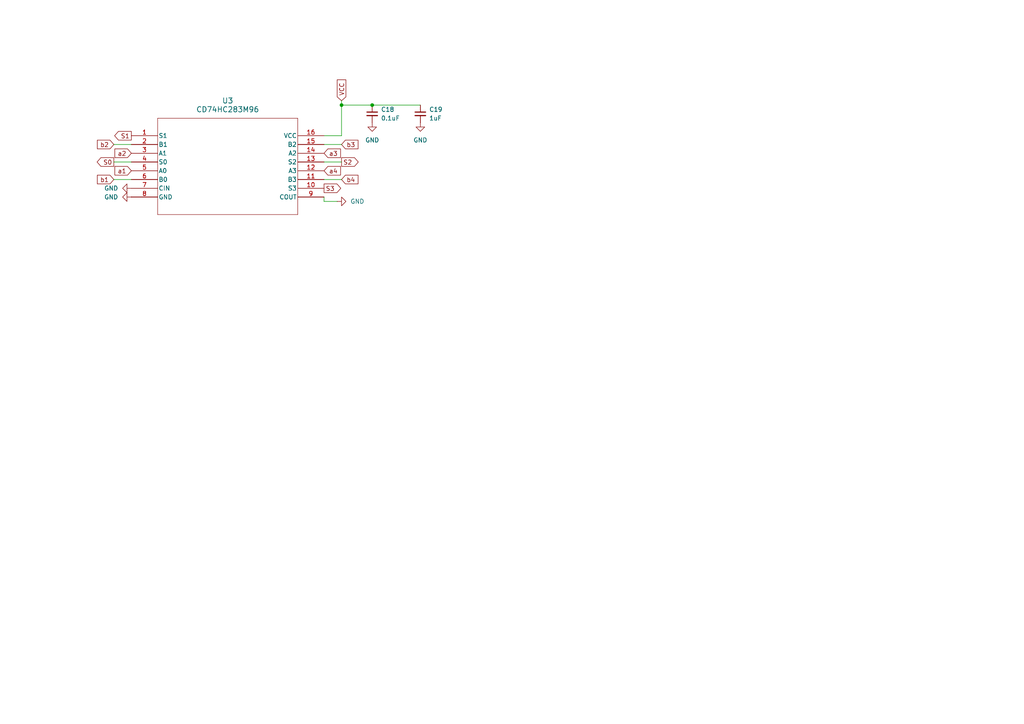
<source format=kicad_sch>
(kicad_sch
	(version 20231120)
	(generator "eeschema")
	(generator_version "8.0")
	(uuid "9fd9c720-5a64-437e-bb4f-94bdf736a20a")
	(paper "A4")
	(lib_symbols
		(symbol "CD74HC283M96 (4 Bit Binary Adder)(:CD74HC283M96"
			(pin_names
				(offset 0.254)
			)
			(exclude_from_sim no)
			(in_bom yes)
			(on_board yes)
			(property "Reference" "U"
				(at 27.94 10.16 0)
				(effects
					(font
						(size 1.524 1.524)
					)
				)
			)
			(property "Value" "CD74HC283M96"
				(at 27.94 7.62 0)
				(effects
					(font
						(size 1.524 1.524)
					)
				)
			)
			(property "Footprint" "D16"
				(at 0 0 0)
				(effects
					(font
						(size 1.27 1.27)
						(italic yes)
					)
					(hide yes)
				)
			)
			(property "Datasheet" "CD74HC283M96"
				(at 0 0 0)
				(effects
					(font
						(size 1.27 1.27)
						(italic yes)
					)
					(hide yes)
				)
			)
			(property "Description" ""
				(at 0 0 0)
				(effects
					(font
						(size 1.27 1.27)
					)
					(hide yes)
				)
			)
			(property "ki_locked" ""
				(at 0 0 0)
				(effects
					(font
						(size 1.27 1.27)
					)
				)
			)
			(property "ki_keywords" "CD74HC283M96"
				(at 0 0 0)
				(effects
					(font
						(size 1.27 1.27)
					)
					(hide yes)
				)
			)
			(property "ki_fp_filters" "D16 D16-M D16-L"
				(at 0 0 0)
				(effects
					(font
						(size 1.27 1.27)
					)
					(hide yes)
				)
			)
			(symbol "CD74HC283M96_0_1"
				(polyline
					(pts
						(xy 7.62 -22.86) (xy 48.26 -22.86)
					)
					(stroke
						(width 0.127)
						(type default)
					)
					(fill
						(type none)
					)
				)
				(polyline
					(pts
						(xy 7.62 5.08) (xy 7.62 -22.86)
					)
					(stroke
						(width 0.127)
						(type default)
					)
					(fill
						(type none)
					)
				)
				(polyline
					(pts
						(xy 48.26 -22.86) (xy 48.26 5.08)
					)
					(stroke
						(width 0.127)
						(type default)
					)
					(fill
						(type none)
					)
				)
				(polyline
					(pts
						(xy 48.26 5.08) (xy 7.62 5.08)
					)
					(stroke
						(width 0.127)
						(type default)
					)
					(fill
						(type none)
					)
				)
				(pin output line
					(at 0 0 0)
					(length 7.62)
					(name "S1"
						(effects
							(font
								(size 1.27 1.27)
							)
						)
					)
					(number "1"
						(effects
							(font
								(size 1.27 1.27)
							)
						)
					)
				)
				(pin output line
					(at 55.88 -15.24 180)
					(length 7.62)
					(name "S3"
						(effects
							(font
								(size 1.27 1.27)
							)
						)
					)
					(number "10"
						(effects
							(font
								(size 1.27 1.27)
							)
						)
					)
				)
				(pin input line
					(at 55.88 -12.7 180)
					(length 7.62)
					(name "B3"
						(effects
							(font
								(size 1.27 1.27)
							)
						)
					)
					(number "11"
						(effects
							(font
								(size 1.27 1.27)
							)
						)
					)
				)
				(pin input line
					(at 55.88 -10.16 180)
					(length 7.62)
					(name "A3"
						(effects
							(font
								(size 1.27 1.27)
							)
						)
					)
					(number "12"
						(effects
							(font
								(size 1.27 1.27)
							)
						)
					)
				)
				(pin output line
					(at 55.88 -7.62 180)
					(length 7.62)
					(name "S2"
						(effects
							(font
								(size 1.27 1.27)
							)
						)
					)
					(number "13"
						(effects
							(font
								(size 1.27 1.27)
							)
						)
					)
				)
				(pin input line
					(at 55.88 -5.08 180)
					(length 7.62)
					(name "A2"
						(effects
							(font
								(size 1.27 1.27)
							)
						)
					)
					(number "14"
						(effects
							(font
								(size 1.27 1.27)
							)
						)
					)
				)
				(pin input line
					(at 55.88 -2.54 180)
					(length 7.62)
					(name "B2"
						(effects
							(font
								(size 1.27 1.27)
							)
						)
					)
					(number "15"
						(effects
							(font
								(size 1.27 1.27)
							)
						)
					)
				)
				(pin power_in line
					(at 55.88 0 180)
					(length 7.62)
					(name "VCC"
						(effects
							(font
								(size 1.27 1.27)
							)
						)
					)
					(number "16"
						(effects
							(font
								(size 1.27 1.27)
							)
						)
					)
				)
				(pin input line
					(at 0 -2.54 0)
					(length 7.62)
					(name "B1"
						(effects
							(font
								(size 1.27 1.27)
							)
						)
					)
					(number "2"
						(effects
							(font
								(size 1.27 1.27)
							)
						)
					)
				)
				(pin input line
					(at 0 -5.08 0)
					(length 7.62)
					(name "A1"
						(effects
							(font
								(size 1.27 1.27)
							)
						)
					)
					(number "3"
						(effects
							(font
								(size 1.27 1.27)
							)
						)
					)
				)
				(pin output line
					(at 0 -7.62 0)
					(length 7.62)
					(name "S0"
						(effects
							(font
								(size 1.27 1.27)
							)
						)
					)
					(number "4"
						(effects
							(font
								(size 1.27 1.27)
							)
						)
					)
				)
				(pin input line
					(at 0 -10.16 0)
					(length 7.62)
					(name "A0"
						(effects
							(font
								(size 1.27 1.27)
							)
						)
					)
					(number "5"
						(effects
							(font
								(size 1.27 1.27)
							)
						)
					)
				)
				(pin input line
					(at 0 -12.7 0)
					(length 7.62)
					(name "B0"
						(effects
							(font
								(size 1.27 1.27)
							)
						)
					)
					(number "6"
						(effects
							(font
								(size 1.27 1.27)
							)
						)
					)
				)
				(pin output line
					(at 0 -15.24 0)
					(length 7.62)
					(name "CIN"
						(effects
							(font
								(size 1.27 1.27)
							)
						)
					)
					(number "7"
						(effects
							(font
								(size 1.27 1.27)
							)
						)
					)
				)
				(pin power_in line
					(at 0 -17.78 0)
					(length 7.62)
					(name "GND"
						(effects
							(font
								(size 1.27 1.27)
							)
						)
					)
					(number "8"
						(effects
							(font
								(size 1.27 1.27)
							)
						)
					)
				)
				(pin output line
					(at 55.88 -17.78 180)
					(length 7.62)
					(name "COUT"
						(effects
							(font
								(size 1.27 1.27)
							)
						)
					)
					(number "9"
						(effects
							(font
								(size 1.27 1.27)
							)
						)
					)
				)
			)
		)
		(symbol "Device:C_Small"
			(pin_numbers hide)
			(pin_names
				(offset 0.254) hide)
			(exclude_from_sim no)
			(in_bom yes)
			(on_board yes)
			(property "Reference" "C"
				(at 0.254 1.778 0)
				(effects
					(font
						(size 1.27 1.27)
					)
					(justify left)
				)
			)
			(property "Value" "C_Small"
				(at 0.254 -2.032 0)
				(effects
					(font
						(size 1.27 1.27)
					)
					(justify left)
				)
			)
			(property "Footprint" ""
				(at 0 0 0)
				(effects
					(font
						(size 1.27 1.27)
					)
					(hide yes)
				)
			)
			(property "Datasheet" "~"
				(at 0 0 0)
				(effects
					(font
						(size 1.27 1.27)
					)
					(hide yes)
				)
			)
			(property "Description" "Unpolarized capacitor, small symbol"
				(at 0 0 0)
				(effects
					(font
						(size 1.27 1.27)
					)
					(hide yes)
				)
			)
			(property "ki_keywords" "capacitor cap"
				(at 0 0 0)
				(effects
					(font
						(size 1.27 1.27)
					)
					(hide yes)
				)
			)
			(property "ki_fp_filters" "C_*"
				(at 0 0 0)
				(effects
					(font
						(size 1.27 1.27)
					)
					(hide yes)
				)
			)
			(symbol "C_Small_0_1"
				(polyline
					(pts
						(xy -1.524 -0.508) (xy 1.524 -0.508)
					)
					(stroke
						(width 0.3302)
						(type default)
					)
					(fill
						(type none)
					)
				)
				(polyline
					(pts
						(xy -1.524 0.508) (xy 1.524 0.508)
					)
					(stroke
						(width 0.3048)
						(type default)
					)
					(fill
						(type none)
					)
				)
			)
			(symbol "C_Small_1_1"
				(pin passive line
					(at 0 2.54 270)
					(length 2.032)
					(name "~"
						(effects
							(font
								(size 1.27 1.27)
							)
						)
					)
					(number "1"
						(effects
							(font
								(size 1.27 1.27)
							)
						)
					)
				)
				(pin passive line
					(at 0 -2.54 90)
					(length 2.032)
					(name "~"
						(effects
							(font
								(size 1.27 1.27)
							)
						)
					)
					(number "2"
						(effects
							(font
								(size 1.27 1.27)
							)
						)
					)
				)
			)
		)
		(symbol "power:GND"
			(power)
			(pin_numbers hide)
			(pin_names
				(offset 0) hide)
			(exclude_from_sim no)
			(in_bom yes)
			(on_board yes)
			(property "Reference" "#PWR"
				(at 0 -6.35 0)
				(effects
					(font
						(size 1.27 1.27)
					)
					(hide yes)
				)
			)
			(property "Value" "GND"
				(at 0 -3.81 0)
				(effects
					(font
						(size 1.27 1.27)
					)
				)
			)
			(property "Footprint" ""
				(at 0 0 0)
				(effects
					(font
						(size 1.27 1.27)
					)
					(hide yes)
				)
			)
			(property "Datasheet" ""
				(at 0 0 0)
				(effects
					(font
						(size 1.27 1.27)
					)
					(hide yes)
				)
			)
			(property "Description" "Power symbol creates a global label with name \"GND\" , ground"
				(at 0 0 0)
				(effects
					(font
						(size 1.27 1.27)
					)
					(hide yes)
				)
			)
			(property "ki_keywords" "global power"
				(at 0 0 0)
				(effects
					(font
						(size 1.27 1.27)
					)
					(hide yes)
				)
			)
			(symbol "GND_0_1"
				(polyline
					(pts
						(xy 0 0) (xy 0 -1.27) (xy 1.27 -1.27) (xy 0 -2.54) (xy -1.27 -1.27) (xy 0 -1.27)
					)
					(stroke
						(width 0)
						(type default)
					)
					(fill
						(type none)
					)
				)
			)
			(symbol "GND_1_1"
				(pin power_in line
					(at 0 0 270)
					(length 0)
					(name "~"
						(effects
							(font
								(size 1.27 1.27)
							)
						)
					)
					(number "1"
						(effects
							(font
								(size 1.27 1.27)
							)
						)
					)
				)
			)
		)
	)
	(junction
		(at 99.06 30.48)
		(diameter 0)
		(color 0 0 0 0)
		(uuid "461bb91f-12f6-4655-aa52-c16dd3aec1e7")
	)
	(junction
		(at 107.95 30.48)
		(diameter 0)
		(color 0 0 0 0)
		(uuid "edf0d17f-1025-4875-a30a-63002b93357a")
	)
	(wire
		(pts
			(xy 33.02 46.99) (xy 38.1 46.99)
		)
		(stroke
			(width 0)
			(type default)
		)
		(uuid "04d572c3-c23c-4a4b-a21b-b35fb3f88928")
	)
	(wire
		(pts
			(xy 93.98 46.99) (xy 99.06 46.99)
		)
		(stroke
			(width 0)
			(type default)
		)
		(uuid "07d180af-8d81-4b3f-b638-38bcfb065dbd")
	)
	(wire
		(pts
			(xy 99.06 29.21) (xy 99.06 30.48)
		)
		(stroke
			(width 0)
			(type default)
		)
		(uuid "0b232c19-076e-4dcd-94bd-0933a57a6817")
	)
	(wire
		(pts
			(xy 33.02 52.07) (xy 38.1 52.07)
		)
		(stroke
			(width 0)
			(type default)
		)
		(uuid "2de69add-9ae3-4a39-8199-6d8261ae19a6")
	)
	(wire
		(pts
			(xy 121.92 30.48) (xy 107.95 30.48)
		)
		(stroke
			(width 0)
			(type default)
		)
		(uuid "3568b294-787b-409d-97be-6f79dd3a6ca5")
	)
	(wire
		(pts
			(xy 99.06 30.48) (xy 107.95 30.48)
		)
		(stroke
			(width 0)
			(type default)
		)
		(uuid "47355a58-2787-4719-b28e-a1a69e91e576")
	)
	(wire
		(pts
			(xy 33.02 41.91) (xy 38.1 41.91)
		)
		(stroke
			(width 0)
			(type default)
		)
		(uuid "741bea46-2b4e-4b91-bb2f-83e3b091b7e6")
	)
	(wire
		(pts
			(xy 93.98 39.37) (xy 99.06 39.37)
		)
		(stroke
			(width 0)
			(type default)
		)
		(uuid "7c8235e6-609b-4ec7-8478-cdc1f5a09645")
	)
	(wire
		(pts
			(xy 99.06 52.07) (xy 93.98 52.07)
		)
		(stroke
			(width 0)
			(type default)
		)
		(uuid "a3822239-c175-4dc8-a833-43333d340758")
	)
	(wire
		(pts
			(xy 99.06 41.91) (xy 93.98 41.91)
		)
		(stroke
			(width 0)
			(type default)
		)
		(uuid "b1b68aa5-cd03-49e0-8fec-4682dc56b9e5")
	)
	(wire
		(pts
			(xy 97.79 58.42) (xy 93.98 58.42)
		)
		(stroke
			(width 0)
			(type default)
		)
		(uuid "d45b80ca-ab6b-48e8-8a83-6a65e54531ce")
	)
	(wire
		(pts
			(xy 93.98 58.42) (xy 93.98 57.15)
		)
		(stroke
			(width 0)
			(type default)
		)
		(uuid "e96e7936-bbaf-4360-a6b5-ad872c3d2877")
	)
	(wire
		(pts
			(xy 99.06 30.48) (xy 99.06 39.37)
		)
		(stroke
			(width 0)
			(type default)
		)
		(uuid "f2c15ac0-5651-4e77-a5f8-793a84b6aa80")
	)
	(global_label "a2"
		(shape input)
		(at 38.1 44.45 180)
		(fields_autoplaced yes)
		(effects
			(font
				(size 1.27 1.27)
			)
			(justify right)
		)
		(uuid "2331ca4b-cedd-4ecd-8a09-2c86cdf78513")
		(property "Intersheetrefs" "${INTERSHEET_REFS}"
			(at 32.7563 44.45 0)
			(effects
				(font
					(size 1.27 1.27)
				)
				(justify right)
				(hide yes)
			)
		)
	)
	(global_label "S3"
		(shape output)
		(at 93.98 54.61 0)
		(fields_autoplaced yes)
		(effects
			(font
				(size 1.27 1.27)
			)
			(justify left)
		)
		(uuid "33568e8d-a838-4879-ab61-d5099eee2a33")
		(property "Intersheetrefs" "${INTERSHEET_REFS}"
			(at 99.3842 54.61 0)
			(effects
				(font
					(size 1.27 1.27)
				)
				(justify left)
				(hide yes)
			)
		)
	)
	(global_label "VCC"
		(shape input)
		(at 99.06 29.21 90)
		(fields_autoplaced yes)
		(effects
			(font
				(size 1.27 1.27)
			)
			(justify left)
		)
		(uuid "5d436b81-dabb-4491-b63b-daffeb1e067a")
		(property "Intersheetrefs" "${INTERSHEET_REFS}"
			(at 99.06 22.5962 90)
			(effects
				(font
					(size 1.27 1.27)
				)
				(justify left)
				(hide yes)
			)
		)
	)
	(global_label "b2"
		(shape input)
		(at 33.02 41.91 180)
		(fields_autoplaced yes)
		(effects
			(font
				(size 1.27 1.27)
			)
			(justify right)
		)
		(uuid "719c3922-d21d-45f6-b8d6-8229e8ecffdd")
		(property "Intersheetrefs" "${INTERSHEET_REFS}"
			(at 27.6763 41.91 0)
			(effects
				(font
					(size 1.27 1.27)
				)
				(justify right)
				(hide yes)
			)
		)
	)
	(global_label "b4"
		(shape input)
		(at 99.06 52.07 0)
		(fields_autoplaced yes)
		(effects
			(font
				(size 1.27 1.27)
			)
			(justify left)
		)
		(uuid "727a6ddb-82f1-4d79-a100-054f20115e11")
		(property "Intersheetrefs" "${INTERSHEET_REFS}"
			(at 104.4037 52.07 0)
			(effects
				(font
					(size 1.27 1.27)
				)
				(justify left)
				(hide yes)
			)
		)
	)
	(global_label "a1"
		(shape input)
		(at 38.1 49.53 180)
		(fields_autoplaced yes)
		(effects
			(font
				(size 1.27 1.27)
			)
			(justify right)
		)
		(uuid "86843801-cb14-45bf-95ef-dc3732fec552")
		(property "Intersheetrefs" "${INTERSHEET_REFS}"
			(at 32.7563 49.53 0)
			(effects
				(font
					(size 1.27 1.27)
				)
				(justify right)
				(hide yes)
			)
		)
	)
	(global_label "S0"
		(shape output)
		(at 33.02 46.99 180)
		(fields_autoplaced yes)
		(effects
			(font
				(size 1.27 1.27)
			)
			(justify right)
		)
		(uuid "87de3e4c-edfd-409d-8796-9d5c32f0888e")
		(property "Intersheetrefs" "${INTERSHEET_REFS}"
			(at 27.6158 46.99 0)
			(effects
				(font
					(size 1.27 1.27)
				)
				(justify right)
				(hide yes)
			)
		)
	)
	(global_label "b1"
		(shape input)
		(at 33.02 52.07 180)
		(fields_autoplaced yes)
		(effects
			(font
				(size 1.27 1.27)
			)
			(justify right)
		)
		(uuid "8c3caa15-330a-46a6-bb75-1481d11afd52")
		(property "Intersheetrefs" "${INTERSHEET_REFS}"
			(at 27.6763 52.07 0)
			(effects
				(font
					(size 1.27 1.27)
				)
				(justify right)
				(hide yes)
			)
		)
	)
	(global_label "a4"
		(shape input)
		(at 93.98 49.53 0)
		(fields_autoplaced yes)
		(effects
			(font
				(size 1.27 1.27)
			)
			(justify left)
		)
		(uuid "93d7c693-0a60-44ab-8f8f-dda6c3f40aa7")
		(property "Intersheetrefs" "${INTERSHEET_REFS}"
			(at 99.3237 49.53 0)
			(effects
				(font
					(size 1.27 1.27)
				)
				(justify left)
				(hide yes)
			)
		)
	)
	(global_label "S2"
		(shape output)
		(at 99.06 46.99 0)
		(fields_autoplaced yes)
		(effects
			(font
				(size 1.27 1.27)
			)
			(justify left)
		)
		(uuid "9b02fe6c-2deb-4661-b7c0-db8d64670248")
		(property "Intersheetrefs" "${INTERSHEET_REFS}"
			(at 104.4642 46.99 0)
			(effects
				(font
					(size 1.27 1.27)
				)
				(justify left)
				(hide yes)
			)
		)
	)
	(global_label "S1"
		(shape output)
		(at 38.1 39.37 180)
		(fields_autoplaced yes)
		(effects
			(font
				(size 1.27 1.27)
			)
			(justify right)
		)
		(uuid "c98d1fd4-7a51-4c1f-b19a-15c3b5380b88")
		(property "Intersheetrefs" "${INTERSHEET_REFS}"
			(at 32.6958 39.37 0)
			(effects
				(font
					(size 1.27 1.27)
				)
				(justify right)
				(hide yes)
			)
		)
	)
	(global_label "a3"
		(shape input)
		(at 93.98 44.45 0)
		(fields_autoplaced yes)
		(effects
			(font
				(size 1.27 1.27)
			)
			(justify left)
		)
		(uuid "d2f31de5-5199-45f3-aa91-3ba862b73a14")
		(property "Intersheetrefs" "${INTERSHEET_REFS}"
			(at 99.3237 44.45 0)
			(effects
				(font
					(size 1.27 1.27)
				)
				(justify left)
				(hide yes)
			)
		)
	)
	(global_label "b3"
		(shape input)
		(at 99.06 41.91 0)
		(fields_autoplaced yes)
		(effects
			(font
				(size 1.27 1.27)
			)
			(justify left)
		)
		(uuid "f141f1df-0e9f-4949-adc2-199ca1cf6833")
		(property "Intersheetrefs" "${INTERSHEET_REFS}"
			(at 104.4037 41.91 0)
			(effects
				(font
					(size 1.27 1.27)
				)
				(justify left)
				(hide yes)
			)
		)
	)
	(symbol
		(lib_id "Device:C_Small")
		(at 121.92 33.02 0)
		(unit 1)
		(exclude_from_sim no)
		(in_bom yes)
		(on_board yes)
		(dnp no)
		(fields_autoplaced yes)
		(uuid "152eb66a-df91-48eb-9f3b-206ceb0d2021")
		(property "Reference" "C19"
			(at 124.46 31.7562 0)
			(effects
				(font
					(size 1.27 1.27)
				)
				(justify left)
			)
		)
		(property "Value" "1uF"
			(at 124.46 34.2962 0)
			(effects
				(font
					(size 1.27 1.27)
				)
				(justify left)
			)
		)
		(property "Footprint" "Capacitor_SMD:C_0603_1608Metric"
			(at 121.92 33.02 0)
			(effects
				(font
					(size 1.27 1.27)
				)
				(hide yes)
			)
		)
		(property "Datasheet" "~"
			(at 121.92 33.02 0)
			(effects
				(font
					(size 1.27 1.27)
				)
				(hide yes)
			)
		)
		(property "Description" "Unpolarized capacitor, small symbol"
			(at 121.92 33.02 0)
			(effects
				(font
					(size 1.27 1.27)
				)
				(hide yes)
			)
		)
		(pin "1"
			(uuid "2f8446ea-12b5-451c-9fc4-785d474fce0b")
		)
		(pin "2"
			(uuid "c857e07d-5e62-43ae-bfa3-477bd2fd7e19")
		)
		(instances
			(project "4 Bit - Seven Seg Interface"
				(path "/70a3617d-b021-4325-807b-315f214c30c6/d8a27f08-ea01-4760-bd9c-cc2c418b2616"
					(reference "C19")
					(unit 1)
				)
			)
		)
	)
	(symbol
		(lib_id "CD74HC283M96 (4 Bit Binary Adder)(:CD74HC283M96")
		(at 38.1 39.37 0)
		(unit 1)
		(exclude_from_sim no)
		(in_bom yes)
		(on_board yes)
		(dnp no)
		(fields_autoplaced yes)
		(uuid "478d633b-0a40-4033-94d3-5373e1dd8c9a")
		(property "Reference" "U3"
			(at 66.04 29.21 0)
			(effects
				(font
					(size 1.524 1.524)
				)
			)
		)
		(property "Value" "CD74HC283M96"
			(at 66.04 31.75 0)
			(effects
				(font
					(size 1.524 1.524)
				)
			)
		)
		(property "Footprint" "Components:CD74HC283M96 (4-bit Binary Adder)"
			(at 38.1 39.37 0)
			(effects
				(font
					(size 1.27 1.27)
					(italic yes)
				)
				(hide yes)
			)
		)
		(property "Datasheet" "CD74HC283M96"
			(at 38.1 39.37 0)
			(effects
				(font
					(size 1.27 1.27)
					(italic yes)
				)
				(hide yes)
			)
		)
		(property "Description" ""
			(at 38.1 39.37 0)
			(effects
				(font
					(size 1.27 1.27)
				)
				(hide yes)
			)
		)
		(pin "11"
			(uuid "6c3c49c4-3284-4ce7-841e-bbeb2b737461")
		)
		(pin "9"
			(uuid "57f92c70-3779-4b40-9b6c-9bd13b88a8cb")
		)
		(pin "2"
			(uuid "b6c4d388-07c1-4c72-a6fe-199e0d136922")
		)
		(pin "1"
			(uuid "35e6d0ce-0049-4ea1-a647-50748c314925")
		)
		(pin "13"
			(uuid "c72849af-8538-4459-9e13-34b3e93d853c")
		)
		(pin "12"
			(uuid "77e74bef-eded-4ac4-a853-6d4554d837dd")
		)
		(pin "3"
			(uuid "316eb690-85dd-4e22-954d-878dc07bfcbb")
		)
		(pin "7"
			(uuid "2755350d-2e48-4744-b9cf-b929c21f4bbc")
		)
		(pin "15"
			(uuid "abeb7ac1-c664-4da4-a3b9-2788a2238520")
		)
		(pin "8"
			(uuid "c21892b6-ddf9-4738-a82b-ed8963519a40")
		)
		(pin "10"
			(uuid "a8e826c0-b9f0-4efe-9a49-acdcd04a6800")
		)
		(pin "14"
			(uuid "e4c166ce-ec4a-43ec-b15e-fad21cddd293")
		)
		(pin "4"
			(uuid "5e93545b-d67c-4fc0-97a6-a611a2d4718d")
		)
		(pin "5"
			(uuid "ae3afed8-4630-4c05-b8ab-0e5466ac2811")
		)
		(pin "16"
			(uuid "90c28aef-5a43-424f-a8ab-5ca5b3c177ba")
		)
		(pin "6"
			(uuid "9ef2b96a-b7e3-49af-98e0-8838133b6447")
		)
		(instances
			(project "4 Bit - Seven Seg Interface"
				(path "/70a3617d-b021-4325-807b-315f214c30c6/d8a27f08-ea01-4760-bd9c-cc2c418b2616"
					(reference "U3")
					(unit 1)
				)
			)
		)
	)
	(symbol
		(lib_id "power:GND")
		(at 38.1 57.15 270)
		(unit 1)
		(exclude_from_sim no)
		(in_bom yes)
		(on_board yes)
		(dnp no)
		(fields_autoplaced yes)
		(uuid "575365fd-638f-4190-9150-79ab8c41430f")
		(property "Reference" "#PWR034"
			(at 31.75 57.15 0)
			(effects
				(font
					(size 1.27 1.27)
				)
				(hide yes)
			)
		)
		(property "Value" "GND"
			(at 34.29 57.1499 90)
			(effects
				(font
					(size 1.27 1.27)
				)
				(justify right)
			)
		)
		(property "Footprint" ""
			(at 38.1 57.15 0)
			(effects
				(font
					(size 1.27 1.27)
				)
				(hide yes)
			)
		)
		(property "Datasheet" ""
			(at 38.1 57.15 0)
			(effects
				(font
					(size 1.27 1.27)
				)
				(hide yes)
			)
		)
		(property "Description" "Power symbol creates a global label with name \"GND\" , ground"
			(at 38.1 57.15 0)
			(effects
				(font
					(size 1.27 1.27)
				)
				(hide yes)
			)
		)
		(pin "1"
			(uuid "49ea6142-cbee-4d30-9006-9e25b0506bf8")
		)
		(instances
			(project "4 Bit - Seven Seg Interface"
				(path "/70a3617d-b021-4325-807b-315f214c30c6/d8a27f08-ea01-4760-bd9c-cc2c418b2616"
					(reference "#PWR034")
					(unit 1)
				)
			)
		)
	)
	(symbol
		(lib_id "power:GND")
		(at 97.79 58.42 90)
		(unit 1)
		(exclude_from_sim no)
		(in_bom yes)
		(on_board yes)
		(dnp no)
		(fields_autoplaced yes)
		(uuid "60fe61f8-fcec-4fd7-b72c-0377fe875a17")
		(property "Reference" "#PWR037"
			(at 104.14 58.42 0)
			(effects
				(font
					(size 1.27 1.27)
				)
				(hide yes)
			)
		)
		(property "Value" "GND"
			(at 101.6 58.4199 90)
			(effects
				(font
					(size 1.27 1.27)
				)
				(justify right)
			)
		)
		(property "Footprint" ""
			(at 97.79 58.42 0)
			(effects
				(font
					(size 1.27 1.27)
				)
				(hide yes)
			)
		)
		(property "Datasheet" ""
			(at 97.79 58.42 0)
			(effects
				(font
					(size 1.27 1.27)
				)
				(hide yes)
			)
		)
		(property "Description" "Power symbol creates a global label with name \"GND\" , ground"
			(at 97.79 58.42 0)
			(effects
				(font
					(size 1.27 1.27)
				)
				(hide yes)
			)
		)
		(pin "1"
			(uuid "a3ab86b9-9997-47f2-b254-7fe319b0f189")
		)
		(instances
			(project "4 Bit - Seven Seg Interface"
				(path "/70a3617d-b021-4325-807b-315f214c30c6/d8a27f08-ea01-4760-bd9c-cc2c418b2616"
					(reference "#PWR037")
					(unit 1)
				)
			)
		)
	)
	(symbol
		(lib_id "power:GND")
		(at 121.92 35.56 0)
		(unit 1)
		(exclude_from_sim no)
		(in_bom yes)
		(on_board yes)
		(dnp no)
		(fields_autoplaced yes)
		(uuid "81bc1e11-3849-473d-9223-819191731a74")
		(property "Reference" "#PWR036"
			(at 121.92 41.91 0)
			(effects
				(font
					(size 1.27 1.27)
				)
				(hide yes)
			)
		)
		(property "Value" "GND"
			(at 121.92 40.64 0)
			(effects
				(font
					(size 1.27 1.27)
				)
			)
		)
		(property "Footprint" ""
			(at 121.92 35.56 0)
			(effects
				(font
					(size 1.27 1.27)
				)
				(hide yes)
			)
		)
		(property "Datasheet" ""
			(at 121.92 35.56 0)
			(effects
				(font
					(size 1.27 1.27)
				)
				(hide yes)
			)
		)
		(property "Description" "Power symbol creates a global label with name \"GND\" , ground"
			(at 121.92 35.56 0)
			(effects
				(font
					(size 1.27 1.27)
				)
				(hide yes)
			)
		)
		(pin "1"
			(uuid "2b5f9b54-32e8-4626-aef8-12cbd4836f90")
		)
		(instances
			(project "4 Bit - Seven Seg Interface"
				(path "/70a3617d-b021-4325-807b-315f214c30c6/d8a27f08-ea01-4760-bd9c-cc2c418b2616"
					(reference "#PWR036")
					(unit 1)
				)
			)
		)
	)
	(symbol
		(lib_id "power:GND")
		(at 107.95 35.56 0)
		(unit 1)
		(exclude_from_sim no)
		(in_bom yes)
		(on_board yes)
		(dnp no)
		(fields_autoplaced yes)
		(uuid "afe64063-32e1-4cf4-89b3-1fc9a368b3d2")
		(property "Reference" "#PWR035"
			(at 107.95 41.91 0)
			(effects
				(font
					(size 1.27 1.27)
				)
				(hide yes)
			)
		)
		(property "Value" "GND"
			(at 107.95 40.64 0)
			(effects
				(font
					(size 1.27 1.27)
				)
			)
		)
		(property "Footprint" ""
			(at 107.95 35.56 0)
			(effects
				(font
					(size 1.27 1.27)
				)
				(hide yes)
			)
		)
		(property "Datasheet" ""
			(at 107.95 35.56 0)
			(effects
				(font
					(size 1.27 1.27)
				)
				(hide yes)
			)
		)
		(property "Description" "Power symbol creates a global label with name \"GND\" , ground"
			(at 107.95 35.56 0)
			(effects
				(font
					(size 1.27 1.27)
				)
				(hide yes)
			)
		)
		(pin "1"
			(uuid "c7ad43db-37fa-4622-a490-c1c09c0d01ce")
		)
		(instances
			(project "4 Bit - Seven Seg Interface"
				(path "/70a3617d-b021-4325-807b-315f214c30c6/d8a27f08-ea01-4760-bd9c-cc2c418b2616"
					(reference "#PWR035")
					(unit 1)
				)
			)
		)
	)
	(symbol
		(lib_id "power:GND")
		(at 38.1 54.61 270)
		(unit 1)
		(exclude_from_sim no)
		(in_bom yes)
		(on_board yes)
		(dnp no)
		(fields_autoplaced yes)
		(uuid "c4d8e1e9-2044-4779-883d-1fe46494dfce")
		(property "Reference" "#PWR033"
			(at 31.75 54.61 0)
			(effects
				(font
					(size 1.27 1.27)
				)
				(hide yes)
			)
		)
		(property "Value" "GND"
			(at 34.29 54.6099 90)
			(effects
				(font
					(size 1.27 1.27)
				)
				(justify right)
			)
		)
		(property "Footprint" ""
			(at 38.1 54.61 0)
			(effects
				(font
					(size 1.27 1.27)
				)
				(hide yes)
			)
		)
		(property "Datasheet" ""
			(at 38.1 54.61 0)
			(effects
				(font
					(size 1.27 1.27)
				)
				(hide yes)
			)
		)
		(property "Description" "Power symbol creates a global label with name \"GND\" , ground"
			(at 38.1 54.61 0)
			(effects
				(font
					(size 1.27 1.27)
				)
				(hide yes)
			)
		)
		(pin "1"
			(uuid "5334f4d0-c6d4-4d22-899d-f8a946bcaec5")
		)
		(instances
			(project "4 Bit - Seven Seg Interface"
				(path "/70a3617d-b021-4325-807b-315f214c30c6/d8a27f08-ea01-4760-bd9c-cc2c418b2616"
					(reference "#PWR033")
					(unit 1)
				)
			)
		)
	)
	(symbol
		(lib_id "Device:C_Small")
		(at 107.95 33.02 0)
		(unit 1)
		(exclude_from_sim no)
		(in_bom yes)
		(on_board yes)
		(dnp no)
		(fields_autoplaced yes)
		(uuid "f5600867-5423-4804-aa43-22450f22c0d8")
		(property "Reference" "C18"
			(at 110.49 31.7562 0)
			(effects
				(font
					(size 1.27 1.27)
				)
				(justify left)
			)
		)
		(property "Value" "0.1uF"
			(at 110.49 34.2962 0)
			(effects
				(font
					(size 1.27 1.27)
				)
				(justify left)
			)
		)
		(property "Footprint" "Capacitor_SMD:C_0603_1608Metric"
			(at 107.95 33.02 0)
			(effects
				(font
					(size 1.27 1.27)
				)
				(hide yes)
			)
		)
		(property "Datasheet" "~"
			(at 107.95 33.02 0)
			(effects
				(font
					(size 1.27 1.27)
				)
				(hide yes)
			)
		)
		(property "Description" "Unpolarized capacitor, small symbol"
			(at 107.95 33.02 0)
			(effects
				(font
					(size 1.27 1.27)
				)
				(hide yes)
			)
		)
		(pin "1"
			(uuid "d039c3cf-9b79-4ac4-a8cc-f6e9d8ba236d")
		)
		(pin "2"
			(uuid "8bb44a78-be35-4cae-9492-c5108bb2d6af")
		)
		(instances
			(project "4 Bit - Seven Seg Interface"
				(path "/70a3617d-b021-4325-807b-315f214c30c6/d8a27f08-ea01-4760-bd9c-cc2c418b2616"
					(reference "C18")
					(unit 1)
				)
			)
		)
	)
)

</source>
